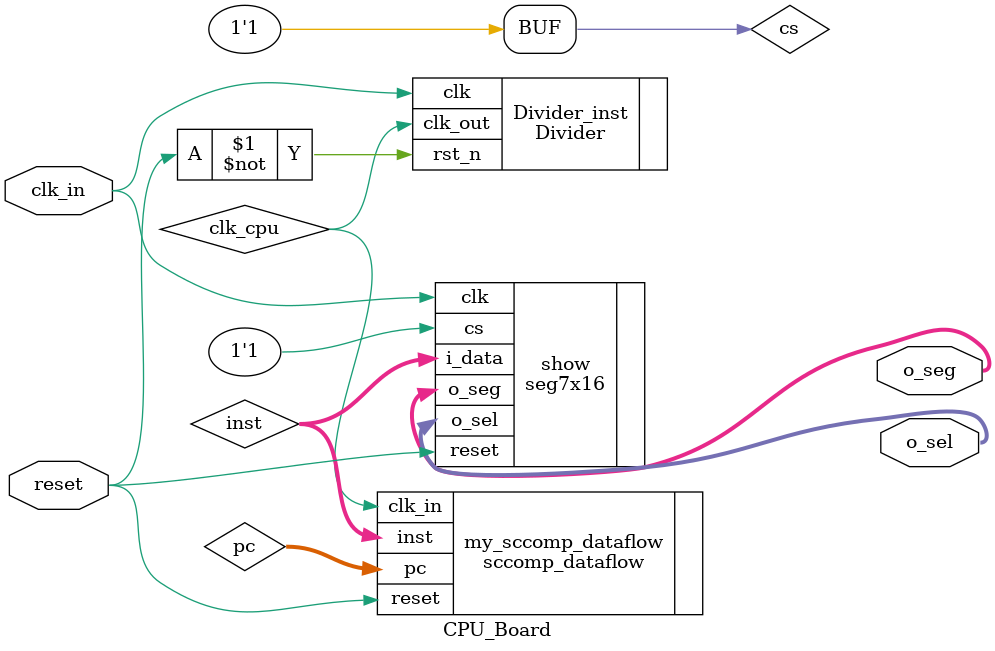
<source format=v>
`timescale 1ns / 1ps


module CPU_Board( 
    input clk_in, 
    input reset, 
    output [7:0] o_seg, 
    output [7:0] o_sel 
); 
    wire [31:0]inst;
    wire [31:0]pc;
    wire clk_cpu; 
    //·ÖÆµ 
    Divider Divider_inst( 
        .clk(clk_in), 
        .rst_n(~reset), 
        .clk_out(clk_cpu) 
    ); 
    //cpu ÊµÀý»¯ 
    sccomp_dataflow my_sccomp_dataflow(  
        .clk_in(clk_cpu), 
        .reset(reset), 
        .inst(inst), 
        .pc(pc) 
    ); 
    
    //ÊýÂë¹ÜÊµÀý»¯ 
    wire cs = 1'b1; 
    seg7x16 show( 
        .clk(clk_in), 
        .reset(reset),//ÉÏÉýÑØÓÐÐ§ 
        .cs(cs), 
        .i_data(inst), 
        .o_seg(o_seg), 
        .o_sel(o_sel) 
    );
endmodule

</source>
